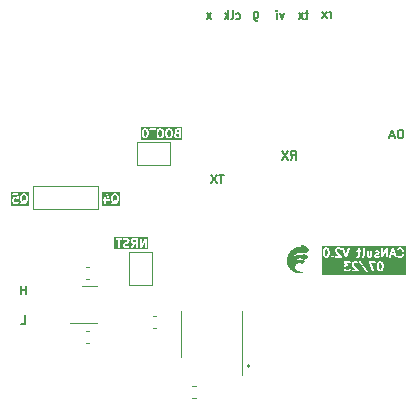
<source format=gbr>
%TF.GenerationSoftware,KiCad,Pcbnew,7.0.9*%
%TF.CreationDate,2023-11-28T13:38:34+10:00*%
%TF.ProjectId,cansult,63616e73-756c-4742-9e6b-696361645f70,rev?*%
%TF.SameCoordinates,Original*%
%TF.FileFunction,Legend,Bot*%
%TF.FilePolarity,Positive*%
%FSLAX46Y46*%
G04 Gerber Fmt 4.6, Leading zero omitted, Abs format (unit mm)*
G04 Created by KiCad (PCBNEW 7.0.9) date 2023-11-28 13:38:34*
%MOMM*%
%LPD*%
G01*
G04 APERTURE LIST*
%ADD10C,0.000000*%
%ADD11C,0.175000*%
%ADD12C,0.150000*%
%ADD13C,0.120000*%
G04 APERTURE END LIST*
D10*
G36*
X191135036Y-89187399D02*
G01*
X191200328Y-89200917D01*
X191245527Y-89212234D01*
X191297507Y-89227086D01*
X191355077Y-89245845D01*
X191417047Y-89268882D01*
X191482226Y-89296570D01*
X191549423Y-89329282D01*
X191583407Y-89347637D01*
X191617448Y-89367388D01*
X191651399Y-89388580D01*
X191685111Y-89411261D01*
X191718434Y-89435477D01*
X191751220Y-89461273D01*
X191783320Y-89488698D01*
X191814585Y-89517797D01*
X191844867Y-89548617D01*
X191874016Y-89581204D01*
X191901883Y-89615605D01*
X191928321Y-89651867D01*
X191622727Y-89957460D01*
X191578777Y-89945215D01*
X191527890Y-89933224D01*
X191461329Y-89920270D01*
X191381795Y-89908561D01*
X191291987Y-89900310D01*
X191194606Y-89897727D01*
X191143920Y-89899252D01*
X191092353Y-89903022D01*
X191040244Y-89909315D01*
X190987928Y-89918407D01*
X190935745Y-89930573D01*
X190884032Y-89946091D01*
X190833126Y-89965237D01*
X190783364Y-89988287D01*
X190735085Y-90015517D01*
X190688626Y-90047204D01*
X190644324Y-90083623D01*
X190602518Y-90125053D01*
X190563543Y-90171767D01*
X190527739Y-90224044D01*
X190495442Y-90282160D01*
X190466991Y-90346390D01*
X190442722Y-90417011D01*
X190422974Y-90494300D01*
X190436524Y-90467875D01*
X190453844Y-90438184D01*
X190478537Y-90400476D01*
X190510856Y-90356978D01*
X190551059Y-90309916D01*
X190574197Y-90285744D01*
X190599401Y-90261517D01*
X190626704Y-90237511D01*
X190656138Y-90214007D01*
X190687735Y-90191281D01*
X190721526Y-90169613D01*
X190757543Y-90149281D01*
X190795820Y-90130562D01*
X190836386Y-90113736D01*
X190879276Y-90099081D01*
X190924520Y-90086874D01*
X190972150Y-90077395D01*
X191022199Y-90070921D01*
X191074698Y-90067732D01*
X191129679Y-90068105D01*
X191187175Y-90072318D01*
X191247218Y-90080650D01*
X191309839Y-90093379D01*
X191375070Y-90110785D01*
X191442943Y-90133144D01*
X191432395Y-90114896D01*
X191420402Y-90094997D01*
X191404992Y-90070503D01*
X191396253Y-90057140D01*
X191386958Y-90043356D01*
X191377206Y-90029393D01*
X191367096Y-90015495D01*
X191356729Y-90001904D01*
X191346202Y-89988862D01*
X191335617Y-89976612D01*
X191325071Y-89965398D01*
X191341031Y-89969375D01*
X191384540Y-89981934D01*
X191414576Y-89991727D01*
X191449040Y-90004019D01*
X191487112Y-90018927D01*
X191527973Y-90036571D01*
X191570803Y-90057067D01*
X191614782Y-90080533D01*
X191659090Y-90107087D01*
X191681112Y-90121559D01*
X191702908Y-90136848D01*
X191724377Y-90152967D01*
X191745416Y-90169932D01*
X191765923Y-90187757D01*
X191785795Y-90206458D01*
X191804929Y-90226048D01*
X191823224Y-90246543D01*
X191840576Y-90267958D01*
X191856883Y-90290306D01*
X191466755Y-90498268D01*
X191424362Y-90473682D01*
X191377922Y-90449768D01*
X191327998Y-90427624D01*
X191275152Y-90408345D01*
X191219944Y-90393030D01*
X191191630Y-90387202D01*
X191162937Y-90382776D01*
X191133934Y-90379889D01*
X191104692Y-90378678D01*
X191075280Y-90379281D01*
X191045770Y-90381835D01*
X191016231Y-90386477D01*
X190986734Y-90393344D01*
X190957349Y-90402573D01*
X190928145Y-90414301D01*
X190899193Y-90428665D01*
X190870564Y-90445803D01*
X190842327Y-90465852D01*
X190814553Y-90488948D01*
X190787312Y-90515229D01*
X190760674Y-90544833D01*
X190734710Y-90577895D01*
X190709489Y-90614554D01*
X190685081Y-90654946D01*
X190661558Y-90699208D01*
X190638988Y-90747478D01*
X190617443Y-90799893D01*
X190627776Y-90780569D01*
X190640805Y-90758951D01*
X190659177Y-90731619D01*
X190682967Y-90700263D01*
X190712251Y-90666576D01*
X190728977Y-90649387D01*
X190747105Y-90632250D01*
X190766644Y-90615375D01*
X190787603Y-90598975D01*
X190809993Y-90583262D01*
X190833822Y-90568445D01*
X190859101Y-90554738D01*
X190885837Y-90542351D01*
X190914042Y-90531496D01*
X190943724Y-90522384D01*
X190974893Y-90515227D01*
X191007559Y-90510237D01*
X191041730Y-90507624D01*
X191077416Y-90507600D01*
X191114627Y-90510377D01*
X191153371Y-90516167D01*
X191193660Y-90525179D01*
X191235501Y-90537627D01*
X191278905Y-90553722D01*
X191323880Y-90573675D01*
X191321772Y-90568049D01*
X191319492Y-90562501D01*
X191317043Y-90557035D01*
X191314428Y-90551655D01*
X191311649Y-90546364D01*
X191308708Y-90541166D01*
X191305609Y-90536065D01*
X191302353Y-90531063D01*
X191298943Y-90526166D01*
X191295382Y-90521376D01*
X191291671Y-90516697D01*
X191287813Y-90512132D01*
X191283811Y-90507686D01*
X191279667Y-90503362D01*
X191275384Y-90499163D01*
X191270964Y-90495093D01*
X191279628Y-90496510D01*
X191303315Y-90501468D01*
X191319713Y-90505606D01*
X191338571Y-90511027D01*
X191359457Y-90517864D01*
X191381940Y-90526248D01*
X191405587Y-90536313D01*
X191429966Y-90548191D01*
X191442295Y-90554851D01*
X191454645Y-90562015D01*
X191466962Y-90569697D01*
X191479193Y-90577916D01*
X191491282Y-90586688D01*
X191503177Y-90596029D01*
X191514823Y-90605955D01*
X191526166Y-90616484D01*
X191537152Y-90627632D01*
X191547727Y-90639416D01*
X191557838Y-90651852D01*
X191567429Y-90664956D01*
X191301258Y-90854398D01*
X191275986Y-90837960D01*
X191249393Y-90822981D01*
X191221650Y-90809618D01*
X191192924Y-90798029D01*
X191163384Y-90788370D01*
X191133199Y-90780798D01*
X191102537Y-90775469D01*
X191071567Y-90772542D01*
X191056019Y-90772028D01*
X191040458Y-90772173D01*
X191024903Y-90772997D01*
X191009377Y-90774519D01*
X190993900Y-90776759D01*
X190978494Y-90779737D01*
X190963180Y-90783471D01*
X190947978Y-90787983D01*
X190932909Y-90793291D01*
X190917996Y-90799416D01*
X190903258Y-90806376D01*
X190888718Y-90814191D01*
X190874395Y-90822881D01*
X190860312Y-90832466D01*
X190846488Y-90842965D01*
X190832946Y-90854398D01*
X190806736Y-90879700D01*
X190782007Y-90907750D01*
X190770350Y-90922698D01*
X190759246Y-90938202D01*
X190748756Y-90954221D01*
X190738940Y-90970711D01*
X190729860Y-90987628D01*
X190721575Y-91004929D01*
X190714147Y-91022572D01*
X190707637Y-91040512D01*
X190702106Y-91058706D01*
X190697613Y-91077112D01*
X190694221Y-91095686D01*
X190691989Y-91114384D01*
X190690979Y-91133163D01*
X190691252Y-91151981D01*
X190692867Y-91170794D01*
X190695887Y-91189558D01*
X190700372Y-91208231D01*
X190706382Y-91226768D01*
X190713979Y-91245128D01*
X190723222Y-91263266D01*
X190734174Y-91281139D01*
X190746895Y-91298704D01*
X190761446Y-91315918D01*
X190777886Y-91332738D01*
X190796278Y-91349120D01*
X190816682Y-91365020D01*
X190839159Y-91380397D01*
X190863770Y-91395206D01*
X190915819Y-91422395D01*
X190968782Y-91446080D01*
X191022070Y-91466502D01*
X191075094Y-91483903D01*
X191127263Y-91498525D01*
X191177988Y-91510608D01*
X191226680Y-91520395D01*
X191272750Y-91528126D01*
X191354662Y-91538388D01*
X191419011Y-91543327D01*
X191476148Y-91544960D01*
X191435003Y-91557292D01*
X191386754Y-91569362D01*
X191322880Y-91582395D01*
X191245503Y-91594161D01*
X191156744Y-91602431D01*
X191058724Y-91604975D01*
X191006903Y-91603403D01*
X190953563Y-91599563D01*
X190898967Y-91593177D01*
X190843382Y-91583966D01*
X190787072Y-91571652D01*
X190730302Y-91555954D01*
X190673338Y-91536596D01*
X190616444Y-91513297D01*
X190559886Y-91485780D01*
X190503928Y-91453766D01*
X190448837Y-91416975D01*
X190394876Y-91375130D01*
X190342312Y-91327951D01*
X190291408Y-91275160D01*
X190242431Y-91216478D01*
X190195645Y-91151626D01*
X190151315Y-91080327D01*
X190109707Y-91002300D01*
X190073143Y-90920906D01*
X190043610Y-90839806D01*
X190020873Y-90759174D01*
X190004693Y-90679181D01*
X189994837Y-90600000D01*
X189991066Y-90521804D01*
X189993145Y-90444765D01*
X190000838Y-90369057D01*
X190013907Y-90294851D01*
X190032117Y-90222320D01*
X190055231Y-90151637D01*
X190083014Y-90082974D01*
X190115228Y-90016505D01*
X190151637Y-89952401D01*
X190192005Y-89890836D01*
X190236096Y-89831982D01*
X190283673Y-89776011D01*
X190334499Y-89723096D01*
X190388340Y-89673410D01*
X190444957Y-89627125D01*
X190504115Y-89584415D01*
X190565578Y-89545451D01*
X190629109Y-89510406D01*
X190694472Y-89479453D01*
X190761430Y-89452765D01*
X190829747Y-89430514D01*
X190899187Y-89412872D01*
X190969514Y-89400013D01*
X191040490Y-89392108D01*
X191111880Y-89389331D01*
X191183448Y-89391855D01*
X191254956Y-89399851D01*
X191248576Y-89384759D01*
X191241828Y-89369847D01*
X191234717Y-89355122D01*
X191227248Y-89340590D01*
X191219424Y-89326257D01*
X191211249Y-89312129D01*
X191202728Y-89298214D01*
X191193865Y-89284516D01*
X191184664Y-89271044D01*
X191175130Y-89257802D01*
X191165267Y-89244797D01*
X191155078Y-89232036D01*
X191144568Y-89219525D01*
X191133742Y-89207270D01*
X191122603Y-89195278D01*
X191111155Y-89183554D01*
X191135036Y-89187399D01*
G37*
D11*
X186837500Y-99500000D02*
G75*
G03*
X186837500Y-99500000I-87500J0D01*
G01*
D12*
X187245285Y-69522507D02*
X187245285Y-70106983D01*
X187245285Y-70106983D02*
X187279666Y-70175745D01*
X187279666Y-70175745D02*
X187314047Y-70210126D01*
X187314047Y-70210126D02*
X187382809Y-70244507D01*
X187382809Y-70244507D02*
X187485952Y-70244507D01*
X187485952Y-70244507D02*
X187554714Y-70210126D01*
X187245285Y-69969460D02*
X187314047Y-70003840D01*
X187314047Y-70003840D02*
X187451571Y-70003840D01*
X187451571Y-70003840D02*
X187520333Y-69969460D01*
X187520333Y-69969460D02*
X187554714Y-69935079D01*
X187554714Y-69935079D02*
X187589095Y-69866317D01*
X187589095Y-69866317D02*
X187589095Y-69660031D01*
X187589095Y-69660031D02*
X187554714Y-69591269D01*
X187554714Y-69591269D02*
X187520333Y-69556888D01*
X187520333Y-69556888D02*
X187451571Y-69522507D01*
X187451571Y-69522507D02*
X187314047Y-69522507D01*
X187314047Y-69522507D02*
X187245285Y-69556888D01*
X190320332Y-82003840D02*
X190560999Y-81660031D01*
X190732904Y-82003840D02*
X190732904Y-81281840D01*
X190732904Y-81281840D02*
X190457856Y-81281840D01*
X190457856Y-81281840D02*
X190389094Y-81316221D01*
X190389094Y-81316221D02*
X190354713Y-81350602D01*
X190354713Y-81350602D02*
X190320332Y-81419364D01*
X190320332Y-81419364D02*
X190320332Y-81522507D01*
X190320332Y-81522507D02*
X190354713Y-81591269D01*
X190354713Y-81591269D02*
X190389094Y-81625650D01*
X190389094Y-81625650D02*
X190457856Y-81660031D01*
X190457856Y-81660031D02*
X190732904Y-81660031D01*
X190079666Y-81281840D02*
X189598332Y-82003840D01*
X189598332Y-81281840D02*
X190079666Y-82003840D01*
G36*
X167826907Y-85577820D02*
G01*
X167784867Y-85598840D01*
X167742971Y-85598840D01*
X167743855Y-85597956D01*
X167785895Y-85576936D01*
X167827791Y-85576936D01*
X167826907Y-85577820D01*
G37*
G36*
X167826906Y-85047860D02*
G01*
X167872372Y-85093326D01*
X167899476Y-85201741D01*
X167899476Y-85423940D01*
X167891528Y-85455729D01*
X167862604Y-85431459D01*
X167836952Y-85426936D01*
X167768190Y-85426936D01*
X167763976Y-85428469D01*
X167759615Y-85427428D01*
X167734649Y-85434854D01*
X167665887Y-85469235D01*
X167664761Y-85470424D01*
X167646395Y-85483284D01*
X167596285Y-85533394D01*
X167595245Y-85532354D01*
X167568142Y-85423939D01*
X167568142Y-85201741D01*
X167595245Y-85093326D01*
X167640712Y-85047860D01*
X167682752Y-85026840D01*
X167784866Y-85026840D01*
X167826906Y-85047860D01*
G37*
G36*
X168152619Y-85920253D02*
G01*
X166627380Y-85920253D01*
X166627380Y-85763985D01*
X167386873Y-85763985D01*
X167417437Y-85805190D01*
X167467335Y-85817110D01*
X167492302Y-85809684D01*
X167561064Y-85775303D01*
X167562187Y-85774116D01*
X167580556Y-85761254D01*
X167611093Y-85730716D01*
X167631507Y-85740923D01*
X167635960Y-85741435D01*
X167639395Y-85744317D01*
X167665047Y-85748840D01*
X167802571Y-85748840D01*
X167806783Y-85747306D01*
X167811145Y-85748349D01*
X167836111Y-85740922D01*
X167904873Y-85706542D01*
X167905997Y-85705354D01*
X167924366Y-85692493D01*
X167993128Y-85623731D01*
X167996255Y-85617023D01*
X168002246Y-85612677D01*
X168012856Y-85588888D01*
X168047237Y-85451365D01*
X168046876Y-85447916D01*
X168049476Y-85433174D01*
X168049476Y-85192507D01*
X168048290Y-85189250D01*
X168047237Y-85174316D01*
X168012856Y-85036793D01*
X168008712Y-85030659D01*
X168008068Y-85023287D01*
X167993128Y-85001950D01*
X167924366Y-84933188D01*
X167922884Y-84932497D01*
X167904874Y-84919139D01*
X167836112Y-84884758D01*
X167831658Y-84884245D01*
X167828223Y-84881363D01*
X167802571Y-84876840D01*
X167665047Y-84876840D01*
X167660833Y-84878373D01*
X167656472Y-84877332D01*
X167631506Y-84884758D01*
X167562744Y-84919139D01*
X167561618Y-84920328D01*
X167543252Y-84933188D01*
X167474490Y-85001950D01*
X167471362Y-85008657D01*
X167465372Y-85013004D01*
X167454762Y-85036793D01*
X167420381Y-85174317D01*
X167420741Y-85177765D01*
X167418142Y-85192507D01*
X167418142Y-85433174D01*
X167419327Y-85436431D01*
X167420381Y-85451364D01*
X167454762Y-85588888D01*
X167458904Y-85595021D01*
X167459550Y-85602394D01*
X167474490Y-85623731D01*
X167490218Y-85639459D01*
X167483096Y-85646581D01*
X167425220Y-85675520D01*
X167389948Y-85712774D01*
X167386873Y-85763985D01*
X166627380Y-85763985D01*
X166627380Y-85536317D01*
X166730523Y-85536317D01*
X166732056Y-85540530D01*
X166731015Y-85544891D01*
X166738441Y-85569858D01*
X166772822Y-85638620D01*
X166774011Y-85639745D01*
X166786871Y-85658112D01*
X166821252Y-85692493D01*
X166822734Y-85693184D01*
X166840745Y-85706542D01*
X166909507Y-85740923D01*
X166913960Y-85741435D01*
X166917395Y-85744317D01*
X166943047Y-85748840D01*
X167114952Y-85748840D01*
X167119164Y-85747306D01*
X167123526Y-85748349D01*
X167148492Y-85740922D01*
X167217254Y-85706542D01*
X167218378Y-85705354D01*
X167236747Y-85692493D01*
X167271128Y-85658112D01*
X167292809Y-85611616D01*
X167279532Y-85562061D01*
X167237506Y-85532635D01*
X167186399Y-85537106D01*
X167165062Y-85552046D01*
X167139288Y-85577820D01*
X167097248Y-85598840D01*
X166960751Y-85598840D01*
X166918712Y-85577821D01*
X166901543Y-85560652D01*
X166880523Y-85518612D01*
X166880523Y-85382117D01*
X166901543Y-85340077D01*
X166918712Y-85322908D01*
X166960752Y-85301888D01*
X167097247Y-85301888D01*
X167139287Y-85322908D01*
X167165062Y-85348683D01*
X167165509Y-85348891D01*
X167165724Y-85349337D01*
X167188772Y-85359739D01*
X167211558Y-85370364D01*
X167212032Y-85370236D01*
X167212485Y-85370441D01*
X167236794Y-85363602D01*
X167261113Y-85357087D01*
X167261396Y-85356681D01*
X167261872Y-85356548D01*
X167276102Y-85335679D01*
X167290539Y-85315061D01*
X167290496Y-85314570D01*
X167290775Y-85314162D01*
X167292723Y-85288187D01*
X167258342Y-84944377D01*
X167251431Y-84930025D01*
X167248666Y-84914340D01*
X167240633Y-84907600D01*
X167236085Y-84898153D01*
X167221567Y-84891601D01*
X167209366Y-84881363D01*
X167192157Y-84878328D01*
X167189324Y-84877050D01*
X167187621Y-84877528D01*
X167183714Y-84876840D01*
X166839904Y-84876840D01*
X166791695Y-84894387D01*
X166766043Y-84938816D01*
X166774952Y-84989340D01*
X166814252Y-85022317D01*
X166839904Y-85026840D01*
X167115840Y-85026840D01*
X167128584Y-85154291D01*
X167114952Y-85151888D01*
X166943047Y-85151888D01*
X166938833Y-85153421D01*
X166934472Y-85152380D01*
X166909506Y-85159806D01*
X166840744Y-85194187D01*
X166839618Y-85195376D01*
X166821252Y-85208236D01*
X166786871Y-85242617D01*
X166786180Y-85244098D01*
X166772822Y-85262109D01*
X166738441Y-85330871D01*
X166737928Y-85335324D01*
X166735046Y-85338760D01*
X166730523Y-85364412D01*
X166730523Y-85536317D01*
X166627380Y-85536317D01*
X166627380Y-84773697D01*
X168152619Y-84773697D01*
X168152619Y-85920253D01*
G37*
G36*
X177214761Y-89015031D02*
G01*
X177032418Y-89015031D01*
X176990378Y-88994011D01*
X176973209Y-88976842D01*
X176952189Y-88934802D01*
X176952189Y-88867069D01*
X176973209Y-88825029D01*
X176990378Y-88807860D01*
X177032418Y-88786840D01*
X177214761Y-88786840D01*
X177214761Y-89015031D01*
G37*
G36*
X178224285Y-89611983D02*
G01*
X175393709Y-89611983D01*
X175393709Y-88698816D01*
X175496852Y-88698816D01*
X175505761Y-88749340D01*
X175545061Y-88782317D01*
X175570713Y-88786840D01*
X175701999Y-88786840D01*
X175701999Y-89433840D01*
X175719546Y-89482049D01*
X175763975Y-89507701D01*
X175814499Y-89498792D01*
X175847476Y-89459492D01*
X175851999Y-89433840D01*
X175851999Y-89296317D01*
X176114570Y-89296317D01*
X176116103Y-89300530D01*
X176115062Y-89304891D01*
X176122488Y-89329858D01*
X176156869Y-89398620D01*
X176158058Y-89399745D01*
X176170918Y-89418112D01*
X176205299Y-89452493D01*
X176206781Y-89453184D01*
X176224792Y-89466542D01*
X176293554Y-89500923D01*
X176298007Y-89501435D01*
X176301442Y-89504317D01*
X176327094Y-89508840D01*
X176498999Y-89508840D01*
X176500537Y-89508279D01*
X176522715Y-89504991D01*
X176625859Y-89470611D01*
X176666045Y-89438720D01*
X176676331Y-89388459D01*
X176651903Y-89343345D01*
X176604192Y-89324488D01*
X176578426Y-89328309D01*
X176486830Y-89358840D01*
X176344798Y-89358840D01*
X176302759Y-89337821D01*
X176285590Y-89320652D01*
X176264570Y-89278612D01*
X176264570Y-89245260D01*
X176285590Y-89203220D01*
X176302759Y-89186051D01*
X176353270Y-89160795D01*
X176482808Y-89128411D01*
X176485752Y-89126422D01*
X176498159Y-89122732D01*
X176566921Y-89088351D01*
X176568046Y-89087161D01*
X176586413Y-89074302D01*
X176620794Y-89039921D01*
X176621485Y-89038439D01*
X176634843Y-89020429D01*
X176668804Y-88952507D01*
X176802189Y-88952507D01*
X176803722Y-88956720D01*
X176802681Y-88961081D01*
X176810107Y-88986048D01*
X176844488Y-89054810D01*
X176845677Y-89055935D01*
X176858537Y-89074302D01*
X176892918Y-89108683D01*
X176894399Y-89109374D01*
X176912410Y-89122732D01*
X176979821Y-89156437D01*
X176815747Y-89390830D01*
X176802476Y-89440387D01*
X176824163Y-89486880D01*
X176870663Y-89508556D01*
X176920215Y-89495271D01*
X176938631Y-89476850D01*
X177156905Y-89165031D01*
X177214761Y-89165031D01*
X177214761Y-89433840D01*
X177232308Y-89482049D01*
X177276737Y-89507701D01*
X177327261Y-89498792D01*
X177360238Y-89459492D01*
X177364761Y-89433840D01*
X177558570Y-89433840D01*
X177560941Y-89440356D01*
X177559768Y-89447192D01*
X177569507Y-89463889D01*
X177576117Y-89482049D01*
X177582122Y-89485516D01*
X177585617Y-89491508D01*
X177603808Y-89498037D01*
X177620546Y-89507701D01*
X177627377Y-89506496D01*
X177633904Y-89508839D01*
X177652035Y-89502148D01*
X177671070Y-89498792D01*
X177675527Y-89493479D01*
X177682034Y-89491079D01*
X177698688Y-89471050D01*
X177971142Y-88994256D01*
X177971142Y-89433840D01*
X177988689Y-89482049D01*
X178033118Y-89507701D01*
X178083642Y-89498792D01*
X178116619Y-89459492D01*
X178121142Y-89433840D01*
X178121142Y-88711840D01*
X178118769Y-88705322D01*
X178119944Y-88698487D01*
X178110203Y-88681787D01*
X178103595Y-88663631D01*
X178097591Y-88660164D01*
X178094096Y-88654172D01*
X178075900Y-88647641D01*
X178059166Y-88637979D01*
X178052336Y-88639183D01*
X178045808Y-88636840D01*
X178027672Y-88643532D01*
X178008642Y-88646888D01*
X178004184Y-88652199D01*
X177997678Y-88654601D01*
X177981024Y-88674629D01*
X177708570Y-89151423D01*
X177708570Y-88711840D01*
X177691023Y-88663631D01*
X177646594Y-88637979D01*
X177596070Y-88646888D01*
X177563093Y-88686188D01*
X177558570Y-88711840D01*
X177558570Y-89433840D01*
X177364761Y-89433840D01*
X177364761Y-88711840D01*
X177358097Y-88693531D01*
X177354713Y-88674340D01*
X177349528Y-88669989D01*
X177347214Y-88663631D01*
X177330340Y-88653888D01*
X177315413Y-88641363D01*
X177305670Y-88639645D01*
X177302785Y-88637979D01*
X177299502Y-88638557D01*
X177289761Y-88636840D01*
X177014713Y-88636840D01*
X177010499Y-88638373D01*
X177006138Y-88637332D01*
X176981172Y-88644758D01*
X176912410Y-88679139D01*
X176911284Y-88680328D01*
X176892918Y-88693188D01*
X176858537Y-88727569D01*
X176857846Y-88729050D01*
X176844488Y-88747061D01*
X176810107Y-88815823D01*
X176809594Y-88820276D01*
X176806712Y-88823712D01*
X176802189Y-88849364D01*
X176802189Y-88952507D01*
X176668804Y-88952507D01*
X176669224Y-88951667D01*
X176669736Y-88947213D01*
X176672619Y-88943778D01*
X176677142Y-88918126D01*
X176677142Y-88849364D01*
X176675608Y-88845150D01*
X176676650Y-88840789D01*
X176669224Y-88815823D01*
X176634843Y-88747061D01*
X176633653Y-88745935D01*
X176620794Y-88727569D01*
X176586413Y-88693188D01*
X176584931Y-88692497D01*
X176566921Y-88679139D01*
X176498159Y-88644758D01*
X176493705Y-88644245D01*
X176490270Y-88641363D01*
X176464618Y-88636840D01*
X176292713Y-88636840D01*
X176291174Y-88637400D01*
X176268996Y-88640689D01*
X176165853Y-88675070D01*
X176125667Y-88706961D01*
X176115381Y-88757222D01*
X176139810Y-88802336D01*
X176187521Y-88821193D01*
X176213287Y-88817372D01*
X176304883Y-88786840D01*
X176446913Y-88786840D01*
X176488953Y-88807860D01*
X176506122Y-88825029D01*
X176527142Y-88867069D01*
X176527142Y-88900421D01*
X176506122Y-88942461D01*
X176488953Y-88959630D01*
X176438442Y-88984885D01*
X176308904Y-89017270D01*
X176305959Y-89019258D01*
X176293553Y-89022949D01*
X176224791Y-89057330D01*
X176223665Y-89058519D01*
X176205299Y-89071379D01*
X176170918Y-89105760D01*
X176170227Y-89107241D01*
X176156869Y-89125252D01*
X176122488Y-89194014D01*
X176121975Y-89198467D01*
X176119093Y-89201903D01*
X176114570Y-89227555D01*
X176114570Y-89296317D01*
X175851999Y-89296317D01*
X175851999Y-88786840D01*
X175983285Y-88786840D01*
X176031494Y-88769293D01*
X176057146Y-88724864D01*
X176048237Y-88674340D01*
X176008937Y-88641363D01*
X175983285Y-88636840D01*
X175570713Y-88636840D01*
X175522504Y-88654387D01*
X175496852Y-88698816D01*
X175393709Y-88698816D01*
X175393709Y-88533697D01*
X178224285Y-88533697D01*
X178224285Y-89611983D01*
G37*
X193743809Y-70003840D02*
X193743809Y-69522507D01*
X193743809Y-69660031D02*
X193709428Y-69591269D01*
X193709428Y-69591269D02*
X193675047Y-69556888D01*
X193675047Y-69556888D02*
X193606285Y-69522507D01*
X193606285Y-69522507D02*
X193537523Y-69522507D01*
X193365619Y-70003840D02*
X192987428Y-69522507D01*
X193365619Y-69522507D02*
X192987428Y-70003840D01*
G36*
X178066287Y-79507860D02*
G01*
X178083456Y-79525029D01*
X178108711Y-79575540D01*
X178138857Y-79696122D01*
X178138857Y-79849559D01*
X178108711Y-79970141D01*
X178083456Y-80020652D01*
X178066288Y-80037820D01*
X178024248Y-80058840D01*
X177990894Y-80058840D01*
X177948855Y-80037821D01*
X177931686Y-80020652D01*
X177906430Y-79970141D01*
X177876285Y-79849558D01*
X177876285Y-79696122D01*
X177906430Y-79575539D01*
X177931686Y-79525029D01*
X177948855Y-79507860D01*
X177990895Y-79486840D01*
X178024247Y-79486840D01*
X178066287Y-79507860D01*
G37*
G36*
X179372763Y-79507860D02*
G01*
X179418229Y-79553326D01*
X179445333Y-79661741D01*
X179445333Y-79883940D01*
X179418229Y-79992354D01*
X179372764Y-80037820D01*
X179330724Y-80058840D01*
X179228608Y-80058840D01*
X179186569Y-80037821D01*
X179141102Y-79992354D01*
X179113999Y-79883939D01*
X179113999Y-79661741D01*
X179141102Y-79553326D01*
X179186569Y-79507860D01*
X179228609Y-79486840D01*
X179330723Y-79486840D01*
X179372763Y-79507860D01*
G37*
G36*
X180129144Y-79507860D02*
G01*
X180174610Y-79553326D01*
X180201714Y-79661741D01*
X180201714Y-79883940D01*
X180174610Y-79992354D01*
X180129145Y-80037820D01*
X180087105Y-80058840D01*
X179984989Y-80058840D01*
X179942950Y-80037821D01*
X179897483Y-79992354D01*
X179870380Y-79883939D01*
X179870380Y-79661741D01*
X179897483Y-79553326D01*
X179942950Y-79507860D01*
X179984990Y-79486840D01*
X180087104Y-79486840D01*
X180129144Y-79507860D01*
G37*
G36*
X180889333Y-80058840D02*
G01*
X180706989Y-80058840D01*
X180664950Y-80037821D01*
X180647781Y-80020652D01*
X180626761Y-79978612D01*
X180626761Y-79910879D01*
X180647781Y-79868839D01*
X180661037Y-79855583D01*
X180735836Y-79830650D01*
X180889333Y-79830650D01*
X180889333Y-80058840D01*
G37*
G36*
X180889333Y-79680650D02*
G01*
X180741371Y-79680650D01*
X180699331Y-79659630D01*
X180682162Y-79642461D01*
X180661142Y-79600421D01*
X180661142Y-79567069D01*
X180682162Y-79525029D01*
X180699331Y-79507860D01*
X180741371Y-79486840D01*
X180889333Y-79486840D01*
X180889333Y-79680650D01*
G37*
G36*
X181142476Y-80311983D02*
G01*
X177623142Y-80311983D01*
X177623142Y-79858793D01*
X177726285Y-79858793D01*
X177727470Y-79862050D01*
X177728524Y-79876983D01*
X177762905Y-80014507D01*
X177764893Y-80017451D01*
X177768584Y-80029858D01*
X177802965Y-80098620D01*
X177804154Y-80099745D01*
X177817014Y-80118112D01*
X177851395Y-80152493D01*
X177852877Y-80153184D01*
X177870888Y-80166542D01*
X177939650Y-80200923D01*
X177944103Y-80201435D01*
X177947538Y-80204317D01*
X177973190Y-80208840D01*
X178041952Y-80208840D01*
X178046164Y-80207306D01*
X178050526Y-80208349D01*
X178075492Y-80200922D01*
X178144254Y-80166542D01*
X178145378Y-80165354D01*
X178163747Y-80152493D01*
X178198128Y-80118112D01*
X178198819Y-80116630D01*
X178212177Y-80098620D01*
X178246558Y-80029858D01*
X178246964Y-80026329D01*
X178252237Y-80014507D01*
X178286618Y-79876984D01*
X178286257Y-79873535D01*
X178288857Y-79858793D01*
X178288857Y-79686888D01*
X178287671Y-79683631D01*
X178286618Y-79668697D01*
X178252237Y-79531174D01*
X178250248Y-79528229D01*
X178246558Y-79515823D01*
X178212177Y-79447061D01*
X178210987Y-79445935D01*
X178198128Y-79427569D01*
X178169375Y-79398816D01*
X178346281Y-79398816D01*
X178355190Y-79449340D01*
X178394490Y-79482317D01*
X178420142Y-79486840D01*
X178551428Y-79486840D01*
X178551428Y-80133840D01*
X178568975Y-80182049D01*
X178613404Y-80207701D01*
X178663928Y-80198792D01*
X178696905Y-80159492D01*
X178701428Y-80133840D01*
X178701428Y-79893174D01*
X178963999Y-79893174D01*
X178965184Y-79896431D01*
X178966238Y-79911364D01*
X179000619Y-80048888D01*
X179004761Y-80055021D01*
X179005407Y-80062394D01*
X179020347Y-80083731D01*
X179089109Y-80152493D01*
X179090591Y-80153184D01*
X179108602Y-80166542D01*
X179177364Y-80200923D01*
X179181817Y-80201435D01*
X179185252Y-80204317D01*
X179210904Y-80208840D01*
X179348428Y-80208840D01*
X179352640Y-80207306D01*
X179357002Y-80208349D01*
X179381968Y-80200922D01*
X179450730Y-80166542D01*
X179451854Y-80165354D01*
X179470223Y-80152493D01*
X179538985Y-80083731D01*
X179542112Y-80077023D01*
X179548103Y-80072677D01*
X179558713Y-80048888D01*
X179593094Y-79911365D01*
X179592733Y-79907916D01*
X179595333Y-79893174D01*
X179720380Y-79893174D01*
X179721565Y-79896431D01*
X179722619Y-79911364D01*
X179757000Y-80048888D01*
X179761142Y-80055021D01*
X179761788Y-80062394D01*
X179776728Y-80083731D01*
X179845490Y-80152493D01*
X179846972Y-80153184D01*
X179864983Y-80166542D01*
X179933745Y-80200923D01*
X179938198Y-80201435D01*
X179941633Y-80204317D01*
X179967285Y-80208840D01*
X180104809Y-80208840D01*
X180109021Y-80207306D01*
X180113383Y-80208349D01*
X180138349Y-80200922D01*
X180207111Y-80166542D01*
X180208235Y-80165354D01*
X180226604Y-80152493D01*
X180295366Y-80083731D01*
X180298493Y-80077023D01*
X180304484Y-80072677D01*
X180315094Y-80048888D01*
X180328237Y-79996317D01*
X180476761Y-79996317D01*
X180478294Y-80000530D01*
X180477253Y-80004891D01*
X180484679Y-80029858D01*
X180519060Y-80098620D01*
X180520249Y-80099745D01*
X180533109Y-80118112D01*
X180567490Y-80152493D01*
X180568972Y-80153184D01*
X180586983Y-80166542D01*
X180655745Y-80200923D01*
X180660198Y-80201435D01*
X180663633Y-80204317D01*
X180689285Y-80208840D01*
X180964333Y-80208840D01*
X180982641Y-80202176D01*
X181001833Y-80198792D01*
X181006183Y-80193607D01*
X181012542Y-80191293D01*
X181022284Y-80174419D01*
X181034810Y-80159492D01*
X181036527Y-80149749D01*
X181038194Y-80146864D01*
X181037615Y-80143581D01*
X181039333Y-80133840D01*
X181039333Y-79411840D01*
X181032669Y-79393531D01*
X181029285Y-79374340D01*
X181024100Y-79369989D01*
X181021786Y-79363631D01*
X181004912Y-79353888D01*
X180989985Y-79341363D01*
X180980242Y-79339645D01*
X180977357Y-79337979D01*
X180974074Y-79338557D01*
X180964333Y-79336840D01*
X180723666Y-79336840D01*
X180719452Y-79338373D01*
X180715091Y-79337332D01*
X180690125Y-79344758D01*
X180621363Y-79379139D01*
X180620237Y-79380328D01*
X180601871Y-79393188D01*
X180567490Y-79427569D01*
X180566799Y-79429050D01*
X180553441Y-79447061D01*
X180519060Y-79515823D01*
X180518547Y-79520276D01*
X180515665Y-79523712D01*
X180511142Y-79549364D01*
X180511142Y-79618126D01*
X180512675Y-79622339D01*
X180511634Y-79626700D01*
X180519060Y-79651667D01*
X180553441Y-79720429D01*
X180554630Y-79721554D01*
X180566286Y-79738201D01*
X180533109Y-79771379D01*
X180532418Y-79772860D01*
X180519060Y-79790871D01*
X180484679Y-79859633D01*
X180484166Y-79864086D01*
X180481284Y-79867522D01*
X180476761Y-79893174D01*
X180476761Y-79996317D01*
X180328237Y-79996317D01*
X180349475Y-79911365D01*
X180349114Y-79907916D01*
X180351714Y-79893174D01*
X180351714Y-79652507D01*
X180350528Y-79649250D01*
X180349475Y-79634316D01*
X180315094Y-79496793D01*
X180310950Y-79490659D01*
X180310306Y-79483287D01*
X180295366Y-79461950D01*
X180226604Y-79393188D01*
X180225122Y-79392497D01*
X180207112Y-79379139D01*
X180138350Y-79344758D01*
X180133896Y-79344245D01*
X180130461Y-79341363D01*
X180104809Y-79336840D01*
X179967285Y-79336840D01*
X179963071Y-79338373D01*
X179958710Y-79337332D01*
X179933744Y-79344758D01*
X179864982Y-79379139D01*
X179863856Y-79380328D01*
X179845490Y-79393188D01*
X179776728Y-79461950D01*
X179773600Y-79468657D01*
X179767610Y-79473004D01*
X179757000Y-79496793D01*
X179722619Y-79634317D01*
X179722979Y-79637765D01*
X179720380Y-79652507D01*
X179720380Y-79893174D01*
X179595333Y-79893174D01*
X179595333Y-79652507D01*
X179594147Y-79649250D01*
X179593094Y-79634316D01*
X179558713Y-79496793D01*
X179554569Y-79490659D01*
X179553925Y-79483287D01*
X179538985Y-79461950D01*
X179470223Y-79393188D01*
X179468741Y-79392497D01*
X179450731Y-79379139D01*
X179381969Y-79344758D01*
X179377515Y-79344245D01*
X179374080Y-79341363D01*
X179348428Y-79336840D01*
X179210904Y-79336840D01*
X179206690Y-79338373D01*
X179202329Y-79337332D01*
X179177363Y-79344758D01*
X179108601Y-79379139D01*
X179107475Y-79380328D01*
X179089109Y-79393188D01*
X179020347Y-79461950D01*
X179017219Y-79468657D01*
X179011229Y-79473004D01*
X179000619Y-79496793D01*
X178966238Y-79634317D01*
X178966598Y-79637765D01*
X178963999Y-79652507D01*
X178963999Y-79893174D01*
X178701428Y-79893174D01*
X178701428Y-79486840D01*
X178832714Y-79486840D01*
X178880923Y-79469293D01*
X178906575Y-79424864D01*
X178897666Y-79374340D01*
X178858366Y-79341363D01*
X178832714Y-79336840D01*
X178420142Y-79336840D01*
X178371933Y-79354387D01*
X178346281Y-79398816D01*
X178169375Y-79398816D01*
X178163747Y-79393188D01*
X178162265Y-79392497D01*
X178144255Y-79379139D01*
X178075493Y-79344758D01*
X178071039Y-79344245D01*
X178067604Y-79341363D01*
X178041952Y-79336840D01*
X177973190Y-79336840D01*
X177968976Y-79338373D01*
X177964615Y-79337332D01*
X177939649Y-79344758D01*
X177870887Y-79379139D01*
X177869761Y-79380328D01*
X177851395Y-79393188D01*
X177817014Y-79427569D01*
X177816323Y-79429050D01*
X177802965Y-79447061D01*
X177768584Y-79515823D01*
X177768177Y-79519351D01*
X177762905Y-79531174D01*
X177728524Y-79668698D01*
X177728884Y-79672146D01*
X177726285Y-79686888D01*
X177726285Y-79858793D01*
X177623142Y-79858793D01*
X177623142Y-79233697D01*
X181142476Y-79233697D01*
X181142476Y-80311983D01*
G37*
X184650095Y-83281840D02*
X184237523Y-83281840D01*
X184443809Y-84003840D02*
X184443809Y-83281840D01*
X184065619Y-83281840D02*
X183584285Y-84003840D01*
X183584285Y-83281840D02*
X184065619Y-84003840D01*
X199678190Y-79481840D02*
X199540666Y-79481840D01*
X199540666Y-79481840D02*
X199471904Y-79516221D01*
X199471904Y-79516221D02*
X199403142Y-79584983D01*
X199403142Y-79584983D02*
X199368761Y-79722507D01*
X199368761Y-79722507D02*
X199368761Y-79963174D01*
X199368761Y-79963174D02*
X199403142Y-80100698D01*
X199403142Y-80100698D02*
X199471904Y-80169460D01*
X199471904Y-80169460D02*
X199540666Y-80203840D01*
X199540666Y-80203840D02*
X199678190Y-80203840D01*
X199678190Y-80203840D02*
X199746952Y-80169460D01*
X199746952Y-80169460D02*
X199815714Y-80100698D01*
X199815714Y-80100698D02*
X199850095Y-79963174D01*
X199850095Y-79963174D02*
X199850095Y-79722507D01*
X199850095Y-79722507D02*
X199815714Y-79584983D01*
X199815714Y-79584983D02*
X199746952Y-79516221D01*
X199746952Y-79516221D02*
X199678190Y-79481840D01*
X199093714Y-79997555D02*
X198749904Y-79997555D01*
X199162476Y-80203840D02*
X198921809Y-79481840D01*
X198921809Y-79481840D02*
X198681142Y-80203840D01*
G36*
X175546907Y-85577820D02*
G01*
X175504867Y-85598840D01*
X175462971Y-85598840D01*
X175463855Y-85597956D01*
X175505895Y-85576936D01*
X175547791Y-85576936D01*
X175546907Y-85577820D01*
G37*
G36*
X175546906Y-85047860D02*
G01*
X175592372Y-85093326D01*
X175619476Y-85201741D01*
X175619476Y-85423940D01*
X175611528Y-85455729D01*
X175582604Y-85431459D01*
X175556952Y-85426936D01*
X175488190Y-85426936D01*
X175483976Y-85428469D01*
X175479615Y-85427428D01*
X175454649Y-85434854D01*
X175385887Y-85469235D01*
X175384761Y-85470424D01*
X175366395Y-85483284D01*
X175316285Y-85533394D01*
X175315245Y-85532354D01*
X175288142Y-85423939D01*
X175288142Y-85201741D01*
X175315245Y-85093326D01*
X175360712Y-85047860D01*
X175402752Y-85026840D01*
X175504866Y-85026840D01*
X175546906Y-85047860D01*
G37*
G36*
X175872619Y-85920253D02*
G01*
X174314138Y-85920253D01*
X174314138Y-85763985D01*
X175106873Y-85763985D01*
X175137437Y-85805190D01*
X175187335Y-85817110D01*
X175212302Y-85809684D01*
X175281064Y-85775303D01*
X175282187Y-85774116D01*
X175300556Y-85761254D01*
X175331093Y-85730716D01*
X175351507Y-85740923D01*
X175355960Y-85741435D01*
X175359395Y-85744317D01*
X175385047Y-85748840D01*
X175522571Y-85748840D01*
X175526783Y-85747306D01*
X175531145Y-85748349D01*
X175556111Y-85740922D01*
X175624873Y-85706542D01*
X175625997Y-85705354D01*
X175644366Y-85692493D01*
X175713128Y-85623731D01*
X175716255Y-85617023D01*
X175722246Y-85612677D01*
X175732856Y-85588888D01*
X175767237Y-85451365D01*
X175766876Y-85447916D01*
X175769476Y-85433174D01*
X175769476Y-85192507D01*
X175768290Y-85189250D01*
X175767237Y-85174316D01*
X175732856Y-85036793D01*
X175728712Y-85030659D01*
X175728068Y-85023287D01*
X175713128Y-85001950D01*
X175644366Y-84933188D01*
X175642884Y-84932497D01*
X175624874Y-84919139D01*
X175556112Y-84884758D01*
X175551658Y-84884245D01*
X175548223Y-84881363D01*
X175522571Y-84876840D01*
X175385047Y-84876840D01*
X175380833Y-84878373D01*
X175376472Y-84877332D01*
X175351506Y-84884758D01*
X175282744Y-84919139D01*
X175281618Y-84920328D01*
X175263252Y-84933188D01*
X175194490Y-85001950D01*
X175191362Y-85008657D01*
X175185372Y-85013004D01*
X175174762Y-85036793D01*
X175140381Y-85174317D01*
X175140741Y-85177765D01*
X175138142Y-85192507D01*
X175138142Y-85433174D01*
X175139327Y-85436431D01*
X175140381Y-85451364D01*
X175174762Y-85588888D01*
X175178904Y-85595021D01*
X175179550Y-85602394D01*
X175194490Y-85623731D01*
X175210218Y-85639459D01*
X175203096Y-85646581D01*
X175145220Y-85675520D01*
X175109948Y-85712774D01*
X175106873Y-85763985D01*
X174314138Y-85763985D01*
X174314138Y-85420150D01*
X174417281Y-85420150D01*
X174426190Y-85470674D01*
X174465490Y-85503651D01*
X174491142Y-85508174D01*
X174519285Y-85508174D01*
X174519285Y-85673840D01*
X174536832Y-85722049D01*
X174581261Y-85747701D01*
X174631785Y-85738792D01*
X174664762Y-85699492D01*
X174669285Y-85673840D01*
X174669285Y-85508174D01*
X174938095Y-85508174D01*
X174943480Y-85506213D01*
X174949096Y-85507363D01*
X174967083Y-85497622D01*
X174986304Y-85490627D01*
X174989169Y-85485663D01*
X174994210Y-85482934D01*
X175001726Y-85463914D01*
X175011956Y-85446198D01*
X175010960Y-85440552D01*
X175013067Y-85435222D01*
X175009246Y-85409457D01*
X174837341Y-84893743D01*
X174805450Y-84853557D01*
X174755189Y-84843271D01*
X174710075Y-84867700D01*
X174691218Y-84915411D01*
X174695039Y-84941177D01*
X174834038Y-85358174D01*
X174669285Y-85358174D01*
X174669285Y-85192507D01*
X174651738Y-85144298D01*
X174607309Y-85118646D01*
X174556785Y-85127555D01*
X174523808Y-85166855D01*
X174519285Y-85192507D01*
X174519285Y-85358174D01*
X174491142Y-85358174D01*
X174442933Y-85375721D01*
X174417281Y-85420150D01*
X174314138Y-85420150D01*
X174314138Y-84740128D01*
X175872619Y-84740128D01*
X175872619Y-85920253D01*
G37*
X167906285Y-93403840D02*
X167906285Y-92681840D01*
X167906285Y-93025650D02*
X167493713Y-93025650D01*
X167493713Y-93403840D02*
X167493713Y-92681840D01*
X167476523Y-95903840D02*
X167820333Y-95903840D01*
X167820333Y-95903840D02*
X167820333Y-95181840D01*
G36*
X197968334Y-90777860D02*
G01*
X197985503Y-90795029D01*
X198010758Y-90845540D01*
X198040904Y-90966122D01*
X198040904Y-91119559D01*
X198010758Y-91240141D01*
X197985503Y-91290652D01*
X197968335Y-91307820D01*
X197926295Y-91328840D01*
X197892941Y-91328840D01*
X197850902Y-91307821D01*
X197833733Y-91290652D01*
X197808477Y-91240141D01*
X197778332Y-91119558D01*
X197778332Y-90966122D01*
X197808477Y-90845539D01*
X197833733Y-90795029D01*
X197850902Y-90777860D01*
X197892942Y-90756840D01*
X197926294Y-90756840D01*
X197968334Y-90777860D01*
G37*
G36*
X193395668Y-89615440D02*
G01*
X193412837Y-89632609D01*
X193438092Y-89683120D01*
X193468238Y-89803702D01*
X193468238Y-89957139D01*
X193438092Y-90077721D01*
X193412837Y-90128232D01*
X193395669Y-90145400D01*
X193353629Y-90166420D01*
X193320275Y-90166420D01*
X193278236Y-90145401D01*
X193261067Y-90128232D01*
X193235811Y-90077721D01*
X193205666Y-89957138D01*
X193205666Y-89803702D01*
X193235811Y-89683119D01*
X193261067Y-89632609D01*
X193278236Y-89615440D01*
X193320276Y-89594420D01*
X193353628Y-89594420D01*
X193395668Y-89615440D01*
G37*
G36*
X199043276Y-89960135D02*
G01*
X198907578Y-89960135D01*
X198975427Y-89756589D01*
X199043276Y-89960135D01*
G37*
G36*
X200047475Y-91750869D02*
G01*
X192952523Y-91750869D01*
X192952523Y-91266317D01*
X194809094Y-91266317D01*
X194810627Y-91270530D01*
X194809586Y-91274891D01*
X194817012Y-91299858D01*
X194851393Y-91368620D01*
X194852582Y-91369745D01*
X194865442Y-91388112D01*
X194899823Y-91422493D01*
X194901305Y-91423184D01*
X194919316Y-91436542D01*
X194988078Y-91470923D01*
X194992531Y-91471435D01*
X194995966Y-91474317D01*
X195021618Y-91478840D01*
X195227904Y-91478840D01*
X195232116Y-91477306D01*
X195236478Y-91478349D01*
X195261444Y-91470922D01*
X195330206Y-91436542D01*
X195331330Y-91435354D01*
X195349699Y-91422493D01*
X195384080Y-91388112D01*
X195405761Y-91341616D01*
X195392484Y-91292061D01*
X195350458Y-91262635D01*
X195299351Y-91267106D01*
X195278014Y-91282046D01*
X195252240Y-91307820D01*
X195210200Y-91328840D01*
X195039322Y-91328840D01*
X194997283Y-91307821D01*
X194980114Y-91290652D01*
X194959094Y-91248612D01*
X194959094Y-91112117D01*
X194980114Y-91070077D01*
X194997283Y-91052908D01*
X195039323Y-91031888D01*
X195124761Y-91031888D01*
X195143760Y-91024972D01*
X195163597Y-91021050D01*
X195167347Y-91016387D01*
X195172970Y-91014341D01*
X195183080Y-90996829D01*
X195195754Y-90981075D01*
X195195630Y-90975093D01*
X195198622Y-90969912D01*
X195195110Y-90949998D01*
X195194692Y-90929784D01*
X195190252Y-90922450D01*
X195189713Y-90919388D01*
X195187043Y-90917148D01*
X195181204Y-90907500D01*
X195164252Y-90888126D01*
X195496713Y-90888126D01*
X195497273Y-90889664D01*
X195500562Y-90911843D01*
X195534943Y-91014986D01*
X195537730Y-91018498D01*
X195538121Y-91022965D01*
X195553061Y-91044302D01*
X195837600Y-91328840D01*
X195571713Y-91328840D01*
X195523504Y-91346387D01*
X195497852Y-91390816D01*
X195506761Y-91441340D01*
X195546061Y-91474317D01*
X195571713Y-91478840D01*
X196018666Y-91478840D01*
X196039877Y-91471119D01*
X196061684Y-91465277D01*
X196063652Y-91462466D01*
X196066875Y-91461293D01*
X196078164Y-91441739D01*
X196091110Y-91423251D01*
X196090811Y-91419835D01*
X196092527Y-91416864D01*
X196088605Y-91394626D01*
X196086639Y-91372144D01*
X196083969Y-91368330D01*
X196083618Y-91366340D01*
X196081089Y-91364218D01*
X196071699Y-91350807D01*
X195671645Y-90950754D01*
X195646713Y-90875956D01*
X195646713Y-90837069D01*
X195667733Y-90795029D01*
X195684902Y-90777860D01*
X195726942Y-90756840D01*
X195863437Y-90756840D01*
X195905477Y-90777860D01*
X195931252Y-90803635D01*
X195977748Y-90825316D01*
X196027303Y-90812039D01*
X196056729Y-90770013D01*
X196052258Y-90718906D01*
X196037318Y-90697569D01*
X196004959Y-90665210D01*
X196117700Y-90665210D01*
X196128166Y-90689063D01*
X196747024Y-91617347D01*
X196788366Y-91647726D01*
X196839562Y-91644425D01*
X196876659Y-91608987D01*
X196882297Y-91557995D01*
X196871831Y-91534142D01*
X196306419Y-90686024D01*
X196906449Y-90686024D01*
X196912396Y-90711384D01*
X197221825Y-91433384D01*
X197256944Y-91470783D01*
X197307885Y-91476860D01*
X197350815Y-91448769D01*
X197365644Y-91399656D01*
X197359697Y-91374296D01*
X197254481Y-91128793D01*
X197628332Y-91128793D01*
X197629517Y-91132050D01*
X197630571Y-91146983D01*
X197664952Y-91284507D01*
X197666940Y-91287451D01*
X197670631Y-91299858D01*
X197705012Y-91368620D01*
X197706201Y-91369745D01*
X197719061Y-91388112D01*
X197753442Y-91422493D01*
X197754924Y-91423184D01*
X197772935Y-91436542D01*
X197841697Y-91470923D01*
X197846150Y-91471435D01*
X197849585Y-91474317D01*
X197875237Y-91478840D01*
X197943999Y-91478840D01*
X197948211Y-91477306D01*
X197952573Y-91478349D01*
X197977539Y-91470922D01*
X198046301Y-91436542D01*
X198047425Y-91435354D01*
X198065794Y-91422493D01*
X198100175Y-91388112D01*
X198100866Y-91386630D01*
X198114224Y-91368620D01*
X198148605Y-91299858D01*
X198149011Y-91296329D01*
X198154284Y-91284507D01*
X198188665Y-91146984D01*
X198188304Y-91143535D01*
X198190904Y-91128793D01*
X198190904Y-90956888D01*
X198189718Y-90953631D01*
X198188665Y-90938697D01*
X198154284Y-90801174D01*
X198152295Y-90798229D01*
X198148605Y-90785823D01*
X198114224Y-90717061D01*
X198113034Y-90715935D01*
X198100175Y-90697569D01*
X198065794Y-90663188D01*
X198064312Y-90662497D01*
X198046302Y-90649139D01*
X197977540Y-90614758D01*
X197973086Y-90614245D01*
X197969651Y-90611363D01*
X197943999Y-90606840D01*
X197875237Y-90606840D01*
X197871023Y-90608373D01*
X197866662Y-90607332D01*
X197841696Y-90614758D01*
X197772934Y-90649139D01*
X197771808Y-90650328D01*
X197753442Y-90663188D01*
X197719061Y-90697569D01*
X197718370Y-90699050D01*
X197705012Y-90717061D01*
X197670631Y-90785823D01*
X197670224Y-90789351D01*
X197664952Y-90801174D01*
X197630571Y-90938698D01*
X197630931Y-90942146D01*
X197628332Y-90956888D01*
X197628332Y-91128793D01*
X197254481Y-91128793D01*
X197095073Y-90756840D01*
X197462666Y-90756840D01*
X197510875Y-90739293D01*
X197536527Y-90694864D01*
X197527618Y-90644340D01*
X197488318Y-90611363D01*
X197462666Y-90606840D01*
X196981332Y-90606840D01*
X196973006Y-90609870D01*
X196964208Y-90608821D01*
X196949565Y-90618402D01*
X196933123Y-90624387D01*
X196928692Y-90632060D01*
X196921278Y-90636912D01*
X196916220Y-90653662D01*
X196907471Y-90668816D01*
X196909009Y-90677542D01*
X196906449Y-90686024D01*
X196306419Y-90686024D01*
X196252974Y-90605857D01*
X196211632Y-90575478D01*
X196160436Y-90578780D01*
X196123339Y-90614218D01*
X196117700Y-90665210D01*
X196004959Y-90665210D01*
X196002937Y-90663188D01*
X196001455Y-90662497D01*
X195983445Y-90649139D01*
X195914683Y-90614758D01*
X195910229Y-90614245D01*
X195906794Y-90611363D01*
X195881142Y-90606840D01*
X195709237Y-90606840D01*
X195705023Y-90608373D01*
X195700662Y-90607332D01*
X195675696Y-90614758D01*
X195606934Y-90649139D01*
X195605808Y-90650328D01*
X195587442Y-90663188D01*
X195553061Y-90697569D01*
X195552370Y-90699050D01*
X195539012Y-90717061D01*
X195504631Y-90785823D01*
X195504118Y-90790276D01*
X195501236Y-90793712D01*
X195496713Y-90819364D01*
X195496713Y-90888126D01*
X195164252Y-90888126D01*
X195049376Y-90756840D01*
X195331047Y-90756840D01*
X195379256Y-90739293D01*
X195404908Y-90694864D01*
X195395999Y-90644340D01*
X195356699Y-90611363D01*
X195331047Y-90606840D01*
X194884094Y-90606840D01*
X194865094Y-90613755D01*
X194845258Y-90617678D01*
X194841507Y-90622340D01*
X194835885Y-90624387D01*
X194825774Y-90641898D01*
X194813101Y-90657653D01*
X194813224Y-90663634D01*
X194810233Y-90668816D01*
X194813744Y-90688729D01*
X194814163Y-90708944D01*
X194818602Y-90716277D01*
X194819142Y-90719340D01*
X194821811Y-90721579D01*
X194827651Y-90731228D01*
X194973002Y-90897343D01*
X194919315Y-90924187D01*
X194918189Y-90925376D01*
X194899823Y-90938236D01*
X194865442Y-90972617D01*
X194864751Y-90974098D01*
X194851393Y-90992109D01*
X194817012Y-91060871D01*
X194816499Y-91065324D01*
X194813617Y-91068760D01*
X194809094Y-91094412D01*
X194809094Y-91266317D01*
X192952523Y-91266317D01*
X192952523Y-89966373D01*
X193055666Y-89966373D01*
X193056851Y-89969630D01*
X193057905Y-89984563D01*
X193092286Y-90122087D01*
X193094274Y-90125031D01*
X193097965Y-90137438D01*
X193132346Y-90206200D01*
X193133535Y-90207325D01*
X193146395Y-90225692D01*
X193180776Y-90260073D01*
X193182258Y-90260764D01*
X193200269Y-90274122D01*
X193269031Y-90308503D01*
X193273484Y-90309015D01*
X193276919Y-90311897D01*
X193302571Y-90316420D01*
X193371333Y-90316420D01*
X193375545Y-90314886D01*
X193379907Y-90315929D01*
X193404873Y-90308502D01*
X193473635Y-90274122D01*
X193474759Y-90272934D01*
X193493128Y-90260073D01*
X193527509Y-90225692D01*
X193528200Y-90224210D01*
X193541558Y-90206200D01*
X193544406Y-90200504D01*
X193743572Y-90200504D01*
X193748614Y-90219323D01*
X193750313Y-90238737D01*
X193755986Y-90246839D01*
X193756849Y-90250058D01*
X193759578Y-90251969D01*
X193765254Y-90260074D01*
X193799635Y-90294454D01*
X193817292Y-90302687D01*
X193833254Y-90313864D01*
X193836671Y-90313565D01*
X193839643Y-90315281D01*
X193843023Y-90314684D01*
X193846131Y-90316134D01*
X193864948Y-90311091D01*
X193884362Y-90309394D01*
X193888176Y-90306722D01*
X193890167Y-90306372D01*
X193892288Y-90303844D01*
X193892467Y-90303718D01*
X193895686Y-90302856D01*
X193897596Y-90300127D01*
X193905699Y-90294454D01*
X193940080Y-90260074D01*
X193948315Y-90242412D01*
X193959492Y-90226451D01*
X193958902Y-90219710D01*
X193961762Y-90213578D01*
X193956719Y-90194756D01*
X193955021Y-90175344D01*
X193949347Y-90167240D01*
X193948485Y-90164023D01*
X193945756Y-90162112D01*
X193940081Y-90154007D01*
X193905700Y-90119626D01*
X193888039Y-90111391D01*
X193872078Y-90100215D01*
X193868662Y-90100513D01*
X193865691Y-90098798D01*
X193862310Y-90099394D01*
X193859203Y-90097945D01*
X193840381Y-90102987D01*
X193820971Y-90104686D01*
X193817157Y-90107355D01*
X193815167Y-90107707D01*
X193813045Y-90110235D01*
X193812868Y-90110359D01*
X193809649Y-90111222D01*
X193807737Y-90113952D01*
X193799634Y-90119626D01*
X193765253Y-90154007D01*
X193757018Y-90171665D01*
X193745841Y-90187630D01*
X193746430Y-90194372D01*
X193743572Y-90200504D01*
X193544406Y-90200504D01*
X193575939Y-90137438D01*
X193576345Y-90133909D01*
X193581618Y-90122087D01*
X193615999Y-89984564D01*
X193615638Y-89981115D01*
X193618238Y-89966373D01*
X193618238Y-89794468D01*
X193617052Y-89791211D01*
X193615999Y-89776277D01*
X193603356Y-89725706D01*
X194087095Y-89725706D01*
X194087655Y-89727244D01*
X194090944Y-89749423D01*
X194125325Y-89852566D01*
X194128112Y-89856078D01*
X194128503Y-89860545D01*
X194143443Y-89881882D01*
X194427982Y-90166420D01*
X194162095Y-90166420D01*
X194113886Y-90183967D01*
X194088234Y-90228396D01*
X194097143Y-90278920D01*
X194136443Y-90311897D01*
X194162095Y-90316420D01*
X194609048Y-90316420D01*
X194630259Y-90308699D01*
X194652066Y-90302857D01*
X194654034Y-90300046D01*
X194657257Y-90298873D01*
X194668546Y-90279319D01*
X194681492Y-90260831D01*
X194681193Y-90257415D01*
X194682909Y-90254444D01*
X194678987Y-90232206D01*
X194677021Y-90209724D01*
X194674351Y-90205910D01*
X194674000Y-90203920D01*
X194671471Y-90201798D01*
X194662081Y-90188387D01*
X194262027Y-89788334D01*
X194237095Y-89713536D01*
X194237095Y-89674649D01*
X194258115Y-89632609D01*
X194275284Y-89615440D01*
X194317324Y-89594420D01*
X194453819Y-89594420D01*
X194495859Y-89615440D01*
X194521634Y-89641215D01*
X194568130Y-89662896D01*
X194617685Y-89649619D01*
X194647111Y-89607593D01*
X194642640Y-89556486D01*
X194627700Y-89535149D01*
X194609922Y-89517371D01*
X194705980Y-89517371D01*
X194709801Y-89543137D01*
X194950468Y-90265137D01*
X194951810Y-90266828D01*
X194951869Y-90268987D01*
X194967618Y-90286748D01*
X194982359Y-90305323D01*
X194984472Y-90305755D01*
X194985906Y-90307372D01*
X195009376Y-90310852D01*
X195032620Y-90315609D01*
X195034519Y-90314580D01*
X195036655Y-90314897D01*
X195056868Y-90302478D01*
X195077734Y-90291180D01*
X195078527Y-90289172D01*
X195080367Y-90288042D01*
X195092770Y-90265137D01*
X195105017Y-90228396D01*
X195876043Y-90228396D01*
X195884952Y-90278920D01*
X195924252Y-90311897D01*
X195949904Y-90316420D01*
X196018666Y-90316420D01*
X196022878Y-90314886D01*
X196027240Y-90315929D01*
X196052206Y-90308502D01*
X196120968Y-90274122D01*
X196128687Y-90265968D01*
X196135993Y-90262802D01*
X196324968Y-90262802D01*
X196355531Y-90304008D01*
X196405430Y-90315929D01*
X196430396Y-90308502D01*
X196499158Y-90274122D01*
X196506877Y-90265968D01*
X196517183Y-90261502D01*
X196532078Y-90241420D01*
X196768808Y-90241420D01*
X196786355Y-90289629D01*
X196830784Y-90315281D01*
X196881308Y-90306372D01*
X196889536Y-90296565D01*
X196913411Y-90308503D01*
X196917864Y-90309015D01*
X196921299Y-90311897D01*
X196946951Y-90316420D01*
X197050094Y-90316420D01*
X197054306Y-90314886D01*
X197058668Y-90315929D01*
X197083634Y-90308502D01*
X197152396Y-90274122D01*
X197160115Y-90265968D01*
X197170421Y-90261502D01*
X197185938Y-90240581D01*
X197220319Y-90171819D01*
X197220831Y-90167365D01*
X197223714Y-90163930D01*
X197228237Y-90138278D01*
X197387665Y-90138278D01*
X197389198Y-90142491D01*
X197388157Y-90146852D01*
X197395583Y-90171819D01*
X197429964Y-90240581D01*
X197438117Y-90248300D01*
X197442584Y-90258605D01*
X197463506Y-90274122D01*
X197532268Y-90308503D01*
X197536721Y-90309015D01*
X197540156Y-90311897D01*
X197565808Y-90316420D01*
X197703332Y-90316420D01*
X197707544Y-90314886D01*
X197711906Y-90315929D01*
X197736872Y-90308502D01*
X197805634Y-90274122D01*
X197836598Y-90241420D01*
X198006522Y-90241420D01*
X198008893Y-90247936D01*
X198007720Y-90254772D01*
X198017459Y-90271469D01*
X198024069Y-90289629D01*
X198030074Y-90293096D01*
X198033569Y-90299088D01*
X198051760Y-90305617D01*
X198068498Y-90315281D01*
X198075329Y-90314076D01*
X198081856Y-90316419D01*
X198099987Y-90309728D01*
X198119022Y-90306372D01*
X198123479Y-90301059D01*
X198129986Y-90298659D01*
X198146640Y-90278630D01*
X198419094Y-89801836D01*
X198419094Y-90241420D01*
X198436641Y-90289629D01*
X198481070Y-90315281D01*
X198531594Y-90306372D01*
X198564571Y-90267072D01*
X198569094Y-90241420D01*
X198569094Y-90217703D01*
X198663609Y-90217703D01*
X198665010Y-90268987D01*
X198699047Y-90307372D01*
X198749796Y-90314897D01*
X198793508Y-90288042D01*
X198805911Y-90265137D01*
X198857578Y-90110135D01*
X199093276Y-90110135D01*
X199144943Y-90265137D01*
X199176834Y-90305323D01*
X199227095Y-90315609D01*
X199272209Y-90291180D01*
X199291066Y-90243469D01*
X199287245Y-90217703D01*
X199075226Y-89581646D01*
X199347665Y-89581646D01*
X199360942Y-89631200D01*
X199402968Y-89660627D01*
X199454075Y-89656155D01*
X199475412Y-89641215D01*
X199497274Y-89619353D01*
X199572073Y-89594420D01*
X199616495Y-89594420D01*
X199691294Y-89619353D01*
X199738931Y-89666990D01*
X199764186Y-89717501D01*
X199794332Y-89838083D01*
X199794332Y-89922758D01*
X199764186Y-90043340D01*
X199738931Y-90093851D01*
X199691293Y-90141488D01*
X199616496Y-90166420D01*
X199572073Y-90166420D01*
X199497274Y-90141488D01*
X199475412Y-90119626D01*
X199428915Y-90097945D01*
X199379361Y-90111222D01*
X199349934Y-90153248D01*
X199354406Y-90204355D01*
X199369346Y-90225692D01*
X199403727Y-90260073D01*
X199407790Y-90261967D01*
X199410138Y-90265789D01*
X199433044Y-90278191D01*
X199536187Y-90312571D01*
X199537820Y-90312526D01*
X199559903Y-90316420D01*
X199628665Y-90316420D01*
X199630203Y-90315859D01*
X199652381Y-90312571D01*
X199755525Y-90278191D01*
X199759037Y-90275403D01*
X199763504Y-90275013D01*
X199784841Y-90260073D01*
X199853603Y-90191311D01*
X199854294Y-90189829D01*
X199867652Y-90171819D01*
X199902033Y-90103057D01*
X199902439Y-90099528D01*
X199907712Y-90087706D01*
X199942093Y-89950183D01*
X199941732Y-89946734D01*
X199944332Y-89931992D01*
X199944332Y-89828849D01*
X199943146Y-89825592D01*
X199942093Y-89810658D01*
X199907712Y-89673135D01*
X199905723Y-89670190D01*
X199902033Y-89657784D01*
X199867652Y-89589022D01*
X199866462Y-89587896D01*
X199853603Y-89569530D01*
X199784841Y-89500768D01*
X199780777Y-89498873D01*
X199778430Y-89495052D01*
X199755525Y-89482650D01*
X199652382Y-89448269D01*
X199650747Y-89448313D01*
X199628665Y-89444420D01*
X199559903Y-89444420D01*
X199558364Y-89444980D01*
X199536186Y-89448269D01*
X199433043Y-89482650D01*
X199429530Y-89485437D01*
X199425064Y-89485828D01*
X199403727Y-89500768D01*
X199369346Y-89535149D01*
X199347665Y-89581646D01*
X199075226Y-89581646D01*
X199046578Y-89495703D01*
X199045235Y-89494011D01*
X199045177Y-89491853D01*
X199029427Y-89474091D01*
X199014687Y-89455517D01*
X199012573Y-89455084D01*
X199011140Y-89453468D01*
X198987669Y-89449987D01*
X198964426Y-89445231D01*
X198962526Y-89446259D01*
X198960391Y-89445943D01*
X198940170Y-89458365D01*
X198919312Y-89469660D01*
X198918518Y-89471666D01*
X198916679Y-89472797D01*
X198904276Y-89495703D01*
X198663609Y-90217703D01*
X198569094Y-90217703D01*
X198569094Y-89519420D01*
X198566721Y-89512902D01*
X198567896Y-89506067D01*
X198558155Y-89489367D01*
X198551547Y-89471211D01*
X198545543Y-89467744D01*
X198542048Y-89461752D01*
X198523852Y-89455221D01*
X198507118Y-89445559D01*
X198500288Y-89446763D01*
X198493760Y-89444420D01*
X198475624Y-89451112D01*
X198456594Y-89454468D01*
X198452136Y-89459779D01*
X198445630Y-89462181D01*
X198428976Y-89482209D01*
X198156522Y-89959003D01*
X198156522Y-89519420D01*
X198138975Y-89471211D01*
X198094546Y-89445559D01*
X198044022Y-89454468D01*
X198011045Y-89493768D01*
X198006522Y-89519420D01*
X198006522Y-90241420D01*
X197836598Y-90241420D01*
X197840907Y-90236869D01*
X197843982Y-90185658D01*
X197813419Y-90144452D01*
X197763521Y-90132531D01*
X197738554Y-90139957D01*
X197685628Y-90166420D01*
X197583512Y-90166420D01*
X197552947Y-90151138D01*
X197537922Y-90121087D01*
X197552947Y-90091036D01*
X197583513Y-90075754D01*
X197668951Y-90075754D01*
X197673164Y-90074220D01*
X197677525Y-90075262D01*
X197702492Y-90067836D01*
X197771254Y-90033455D01*
X197778973Y-90025301D01*
X197789278Y-90020835D01*
X197804795Y-89999914D01*
X197839176Y-89931152D01*
X197839688Y-89926698D01*
X197842571Y-89923263D01*
X197847094Y-89897611D01*
X197847094Y-89863230D01*
X197845560Y-89859016D01*
X197846602Y-89854655D01*
X197839176Y-89829689D01*
X197804795Y-89760927D01*
X197796641Y-89753207D01*
X197792175Y-89742903D01*
X197771254Y-89727386D01*
X197702492Y-89693005D01*
X197698038Y-89692492D01*
X197694603Y-89689610D01*
X197668951Y-89685087D01*
X197565808Y-89685087D01*
X197561594Y-89686620D01*
X197557233Y-89685579D01*
X197532267Y-89693005D01*
X197463505Y-89727386D01*
X197428233Y-89764640D01*
X197425158Y-89815851D01*
X197455722Y-89857056D01*
X197505620Y-89868976D01*
X197530587Y-89861550D01*
X197583513Y-89835087D01*
X197651246Y-89835087D01*
X197681811Y-89850369D01*
X197696836Y-89880420D01*
X197681811Y-89910471D01*
X197651246Y-89925754D01*
X197565808Y-89925754D01*
X197561594Y-89927287D01*
X197557233Y-89926246D01*
X197532267Y-89933672D01*
X197463505Y-89968053D01*
X197455785Y-89976206D01*
X197445481Y-89980673D01*
X197429964Y-90001594D01*
X197395583Y-90070356D01*
X197395070Y-90074809D01*
X197392188Y-90078245D01*
X197387665Y-90103897D01*
X197387665Y-90138278D01*
X197228237Y-90138278D01*
X197228237Y-89760087D01*
X197210690Y-89711878D01*
X197166261Y-89686226D01*
X197115737Y-89695135D01*
X197082760Y-89734435D01*
X197078237Y-89760087D01*
X197078237Y-90120573D01*
X197062954Y-90151137D01*
X197032390Y-90166420D01*
X196964655Y-90166420D01*
X196922616Y-90145401D01*
X196918808Y-90141593D01*
X196918808Y-89760087D01*
X196901261Y-89711878D01*
X196856832Y-89686226D01*
X196806308Y-89695135D01*
X196773331Y-89734435D01*
X196768808Y-89760087D01*
X196768808Y-90241420D01*
X196532078Y-90241420D01*
X196532700Y-90240581D01*
X196567081Y-90171819D01*
X196567593Y-90167365D01*
X196570476Y-90163930D01*
X196574999Y-90138278D01*
X196574999Y-89519420D01*
X196557452Y-89471211D01*
X196513023Y-89445559D01*
X196462499Y-89454468D01*
X196429522Y-89493768D01*
X196424999Y-89519420D01*
X196424999Y-90120573D01*
X196409716Y-90151137D01*
X196363316Y-90174338D01*
X196328043Y-90211591D01*
X196324968Y-90262802D01*
X196135993Y-90262802D01*
X196138993Y-90261502D01*
X196154510Y-90240581D01*
X196188891Y-90171819D01*
X196189403Y-90167365D01*
X196192286Y-90163930D01*
X196196809Y-90138278D01*
X196196809Y-89835087D01*
X196224952Y-89835087D01*
X196273161Y-89817540D01*
X196298813Y-89773111D01*
X196289904Y-89722587D01*
X196250604Y-89689610D01*
X196224952Y-89685087D01*
X196196809Y-89685087D01*
X196196809Y-89519420D01*
X196179262Y-89471211D01*
X196134833Y-89445559D01*
X196084309Y-89454468D01*
X196051332Y-89493768D01*
X196046809Y-89519420D01*
X196046809Y-89685087D01*
X195949904Y-89685087D01*
X195901695Y-89702634D01*
X195876043Y-89747063D01*
X195884952Y-89797587D01*
X195924252Y-89830564D01*
X195949904Y-89835087D01*
X196046809Y-89835087D01*
X196046809Y-90120573D01*
X196031526Y-90151137D01*
X196000962Y-90166420D01*
X195949904Y-90166420D01*
X195901695Y-90183967D01*
X195876043Y-90228396D01*
X195105017Y-90228396D01*
X195333437Y-89543137D01*
X195332036Y-89491853D01*
X195297999Y-89453468D01*
X195247250Y-89445943D01*
X195203538Y-89472797D01*
X195191135Y-89495703D01*
X195021619Y-90004250D01*
X194852103Y-89495703D01*
X194820212Y-89455517D01*
X194769951Y-89445231D01*
X194724837Y-89469660D01*
X194705980Y-89517371D01*
X194609922Y-89517371D01*
X194593319Y-89500768D01*
X194591837Y-89500077D01*
X194573827Y-89486719D01*
X194505065Y-89452338D01*
X194500611Y-89451825D01*
X194497176Y-89448943D01*
X194471524Y-89444420D01*
X194299619Y-89444420D01*
X194295405Y-89445953D01*
X194291044Y-89444912D01*
X194266078Y-89452338D01*
X194197316Y-89486719D01*
X194196190Y-89487908D01*
X194177824Y-89500768D01*
X194143443Y-89535149D01*
X194142752Y-89536630D01*
X194129394Y-89554641D01*
X194095013Y-89623403D01*
X194094500Y-89627856D01*
X194091618Y-89631292D01*
X194087095Y-89656944D01*
X194087095Y-89725706D01*
X193603356Y-89725706D01*
X193581618Y-89638754D01*
X193579629Y-89635809D01*
X193575939Y-89623403D01*
X193541558Y-89554641D01*
X193540368Y-89553515D01*
X193527509Y-89535149D01*
X193493128Y-89500768D01*
X193491646Y-89500077D01*
X193473636Y-89486719D01*
X193404874Y-89452338D01*
X193400420Y-89451825D01*
X193396985Y-89448943D01*
X193371333Y-89444420D01*
X193302571Y-89444420D01*
X193298357Y-89445953D01*
X193293996Y-89444912D01*
X193269030Y-89452338D01*
X193200268Y-89486719D01*
X193199142Y-89487908D01*
X193180776Y-89500768D01*
X193146395Y-89535149D01*
X193145704Y-89536630D01*
X193132346Y-89554641D01*
X193097965Y-89623403D01*
X193097558Y-89626931D01*
X193092286Y-89638754D01*
X193057905Y-89776278D01*
X193058265Y-89779726D01*
X193055666Y-89794468D01*
X193055666Y-89966373D01*
X192952523Y-89966373D01*
X192952523Y-89341277D01*
X200047475Y-89341277D01*
X200047475Y-91750869D01*
G37*
X183589095Y-70103840D02*
X183210904Y-69622507D01*
X183589095Y-69622507D02*
X183210904Y-70103840D01*
X189743809Y-69622507D02*
X189571904Y-70103840D01*
X189571904Y-70103840D02*
X189399999Y-69622507D01*
X189124952Y-70103840D02*
X189124952Y-69622507D01*
X189124952Y-69381840D02*
X189159333Y-69416221D01*
X189159333Y-69416221D02*
X189124952Y-69450602D01*
X189124952Y-69450602D02*
X189090571Y-69416221D01*
X189090571Y-69416221D02*
X189124952Y-69381840D01*
X189124952Y-69381840D02*
X189124952Y-69450602D01*
X191829761Y-69622507D02*
X191554713Y-69622507D01*
X191726618Y-69381840D02*
X191726618Y-70000698D01*
X191726618Y-70000698D02*
X191692237Y-70069460D01*
X191692237Y-70069460D02*
X191623475Y-70103840D01*
X191623475Y-70103840D02*
X191554713Y-70103840D01*
X191382809Y-70103840D02*
X191004618Y-69622507D01*
X191382809Y-69622507D02*
X191004618Y-70103840D01*
X185709427Y-70069460D02*
X185778189Y-70103840D01*
X185778189Y-70103840D02*
X185915713Y-70103840D01*
X185915713Y-70103840D02*
X185984475Y-70069460D01*
X185984475Y-70069460D02*
X186018856Y-70035079D01*
X186018856Y-70035079D02*
X186053237Y-69966317D01*
X186053237Y-69966317D02*
X186053237Y-69760031D01*
X186053237Y-69760031D02*
X186018856Y-69691269D01*
X186018856Y-69691269D02*
X185984475Y-69656888D01*
X185984475Y-69656888D02*
X185915713Y-69622507D01*
X185915713Y-69622507D02*
X185778189Y-69622507D01*
X185778189Y-69622507D02*
X185709427Y-69656888D01*
X185296856Y-70103840D02*
X185365618Y-70069460D01*
X185365618Y-70069460D02*
X185399999Y-70000698D01*
X185399999Y-70000698D02*
X185399999Y-69381840D01*
X185021809Y-70103840D02*
X185021809Y-69381840D01*
X184953047Y-69828793D02*
X184746761Y-70103840D01*
X184746761Y-69622507D02*
X185021809Y-69897555D01*
D13*
%TO.C,D1*%
X173300000Y-92740000D02*
X172650000Y-92740000D01*
X173300000Y-92740000D02*
X173950000Y-92740000D01*
X173300000Y-95860000D02*
X171625000Y-95860000D01*
X173300000Y-95860000D02*
X173950000Y-95860000D01*
%TO.C,C16*%
X173240580Y-97510000D02*
X172959420Y-97510000D01*
X173240580Y-96490000D02*
X172959420Y-96490000D01*
%TO.C,C8*%
X182290580Y-102160000D02*
X182009420Y-102160000D01*
X182290580Y-101140000D02*
X182009420Y-101140000D01*
%TO.C,C6*%
X178940580Y-96310000D02*
X178659420Y-96310000D01*
X178940580Y-95290000D02*
X178659420Y-95290000D01*
%TO.C,C18*%
X172959420Y-91090000D02*
X173240580Y-91090000D01*
X172959420Y-92110000D02*
X173240580Y-92110000D01*
%TO.C,JP1*%
X168500000Y-84250000D02*
X168500000Y-86200000D01*
X168500000Y-86200000D02*
X174000000Y-86200000D01*
X174000000Y-84250000D02*
X168500000Y-84250000D01*
X174000000Y-86200000D02*
X174000000Y-84250000D01*
%TO.C,JP3*%
X176600000Y-92600000D02*
X178600000Y-92600000D01*
X178600000Y-92600000D02*
X178600000Y-89800000D01*
X176600000Y-89800000D02*
X176600000Y-92600000D01*
X178600000Y-89800000D02*
X176600000Y-89800000D01*
%TO.C,U3*%
X181040000Y-96800000D02*
X181040000Y-98750000D01*
X181040000Y-96800000D02*
X181040000Y-94850000D01*
X186160000Y-96800000D02*
X186160000Y-100250000D01*
X186160000Y-96800000D02*
X186160000Y-94850000D01*
%TO.C,JP2*%
X177300000Y-80500000D02*
X177300000Y-82500000D01*
X177300000Y-82500000D02*
X180100000Y-82500000D01*
X180100000Y-80500000D02*
X177300000Y-80500000D01*
X180100000Y-82500000D02*
X180100000Y-80500000D01*
%TD*%
M02*

</source>
